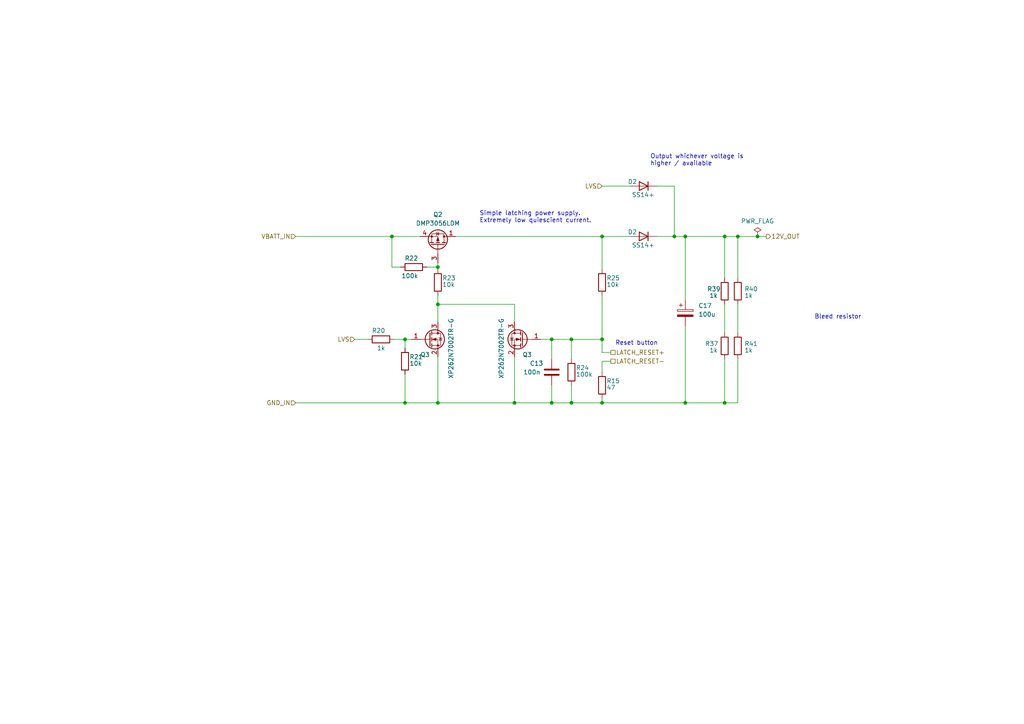
<source format=kicad_sch>
(kicad_sch (version 20230121) (generator eeschema)
  (paper "A4")
  (lib_symbols
    (symbol "Device:C" (pin_numbers hide) (pin_names (offset 0.254))
      (property "Reference" "C" (at 0.635 2.54 0))
      (property "Value" "C" (at 0.635 -2.54 0))
      (symbol "C_0_1"
        (polyline (pts (xy -2.032 -0.762) (xy 2.032 -0.762)) (stroke (width 0.508)))
        (polyline (pts (xy -2.032 0.762) (xy 2.032 0.762)) (stroke (width 0.508)))
      )
      (symbol "C_1_1"
        (pin passive line (at 0 3.81 270) (length 2.794) (name "~") (number "1"))
        (pin passive line (at 0 -3.81 90) (length 2.794) (name "~") (number "2"))
      )
    )
    (symbol "Device:C_Polarized" (pin_numbers hide) (pin_names (offset 0.254))
      (property "Reference" "C" (at 0.635 2.54 0))
      (property "Value" "C_Polarized" (at 0.635 -2.54 0))
      (symbol "C_Polarized_0_1"
        (rectangle (start -2.286 0.508) (end 2.286 1.016))
        (polyline (pts (xy -1.778 2.286) (xy -0.762 2.286)))
        (polyline (pts (xy -1.27 2.794) (xy -1.27 1.778)))
        (rectangle (start 2.286 -0.508) (end -2.286 -1.016) (fill (type outline)))
      )
      (symbol "C_Polarized_1_1"
        (pin passive line (at 0 3.81 270) (length 2.794) (name "~") (number "1"))
        (pin passive line (at 0 -3.81 90) (length 2.794) (name "~") (number "2"))
      )
    )
    (symbol "Device:D" (pin_numbers hide) (pin_names (offset 1.016) hide)
      (property "Reference" "D" (at 0 2.54 0))
      (property "Value" "D" (at 0 -2.54 0))
      (symbol "D_0_1"
        (polyline (pts (xy -1.27 1.27) (xy -1.27 -1.27)) (stroke (width 0.254)))
        (polyline (pts (xy 1.27 0) (xy -1.27 0)))
        (polyline (pts (xy 1.27 1.27) (xy 1.27 -1.27) (xy -1.27 0) (xy 1.27 1.27)) (stroke (width 0.254)))
      )
      (symbol "D_1_1"
        (pin passive line (at -3.81 0 0) (length 2.54) (name "K") (number "1"))
        (pin passive line (at 3.81 0 180) (length 2.54) (name "A") (number "2"))
      )
    )
    (symbol "Device:Q_NMOS_GSD" (pin_names (offset 0) hide)
      (property "Reference" "Q" (at 5.08 1.27 0))
      (property "Value" "Q_NMOS_GSD" (at 5.08 -1.27 0))
      (symbol "Q_NMOS_GSD_0_1"
        (polyline (pts (xy 0.254 0) (xy -2.54 0)))
        (polyline (pts (xy 0.254 1.905) (xy 0.254 -1.905)) (stroke (width 0.254)))
        (polyline (pts (xy 0.762 -1.27) (xy 0.762 -2.286)) (stroke (width 0.254)))
        (polyline (pts (xy 0.762 0.508) (xy 0.762 -0.508)) (stroke (width 0.254)))
        (polyline (pts (xy 0.762 2.286) (xy 0.762 1.27)) (stroke (width 0.254)))
        (polyline (pts (xy 2.54 2.54) (xy 2.54 1.778)))
        (polyline (pts (xy 2.54 -2.54) (xy 2.54 0) (xy 0.762 0)))
        (polyline (pts (xy 0.762 -1.778) (xy 3.302 -1.778) (xy 3.302 1.778) (xy 0.762 1.778)))
        (polyline (pts (xy 1.016 0) (xy 2.032 0.381) (xy 2.032 -0.381) (xy 1.016 0)) (fill (type outline)))
        (polyline (pts (xy 2.794 0.508) (xy 2.921 0.381) (xy 3.683 0.381) (xy 3.81 0.254)))
        (polyline (pts (xy 3.302 0.381) (xy 2.921 -0.254) (xy 3.683 -0.254) (xy 3.302 0.381)))
        (circle (center 1.651 0) (radius 2.794) (stroke (width 0.254)))
        (circle (center 2.54 -1.778) (radius 0.254) (fill (type outline)))
        (circle (center 2.54 1.778) (radius 0.254) (fill (type outline)))
      )
      (symbol "Q_NMOS_GSD_1_1"
        (pin input line (at -5.08 0 0) (length 2.54) (name "G") (number "1"))
        (pin passive line (at 2.54 -5.08 90) (length 2.54) (name "S") (number "2"))
        (pin passive line (at 2.54 5.08 270) (length 2.54) (name "D") (number "3"))
      )
    )
    (symbol "Device:R" (pin_numbers hide) (pin_names (offset 0))
      (property "Reference" "R" (at 2.032 0 90))
      (property "Value" "R" (at 0 0 90))
      (symbol "R_0_1"
        (rectangle (start -1.016 -2.54) (end 1.016 2.54) (stroke (width 0.254)))
      )
      (symbol "R_1_1"
        (pin passive line (at 0 3.81 270) (length 1.27) (name "~") (number "1"))
        (pin passive line (at 0 -3.81 90) (length 1.27) (name "~") (number "2"))
      )
    )
    (symbol "SUFST:DMP3056LDM" (pin_names hide)
      (property "Reference" "Q" (at 5.08 1.905 0))
      (property "Value" "DMP3056LDM" (at 5.08 0 0))
      (symbol "DMP3056LDM_0_1"
        (polyline (pts (xy 0.254 0) (xy -2.54 0)))
        (polyline (pts (xy 0.254 1.905) (xy 0.254 -1.905)) (stroke (width 0.254)))
        (polyline (pts (xy 0.762 -1.27) (xy 0.762 -2.286)) (stroke (width 0.254)))
        (polyline (pts (xy 0.762 0.508) (xy 0.762 -0.508)) (stroke (width 0.254)))
        (polyline (pts (xy 0.762 2.286) (xy 0.762 1.27)) (stroke (width 0.254)))
        (polyline (pts (xy 2.54 2.54) (xy 2.54 1.778)))
        (polyline (pts (xy 2.54 -2.54) (xy 2.54 0) (xy 0.762 0)))
        (polyline (pts (xy 0.762 1.778) (xy 3.302 1.778) (xy 3.302 -1.778) (xy 0.762 -1.778)))
        (polyline (pts (xy 2.286 0) (xy 1.27 0.381) (xy 1.27 -0.381) (xy 2.286 0)) (fill (type outline)))
        (polyline (pts (xy 2.794 -0.508) (xy 2.921 -0.381) (xy 3.683 -0.381) (xy 3.81 -0.254)))
        (polyline (pts (xy 3.302 -0.381) (xy 2.921 0.254) (xy 3.683 0.254) (xy 3.302 -0.381)))
        (circle (center 1.651 0) (radius 2.794) (stroke (width 0.254)))
        (circle (center 2.54 -1.778) (radius 0.254) (fill (type outline)))
        (circle (center 2.54 1.778) (radius 0.254) (fill (type outline)))
      )
      (symbol "DMP3056LDM_1_1"
        (pin passive line (at 2.54 5.08 270) (length 2.54) (name "D") (number "1"))
        (pin passive line (at 2.54 5.08 270) (length 2.54) hide (name "D") (number "2"))
        (pin passive line (at -5.08 0 0) (length 2.54) (name "G") (number "3"))
        (pin passive line (at 2.54 -5.08 90) (length 2.54) (name "S") (number "4"))
        (pin passive line (at 2.54 5.08 270) (length 2.54) hide (name "D") (number "5"))
        (pin passive line (at 2.54 5.08 270) (length 2.54) hide (name "D") (number "6"))
      )
    )
    (symbol "power:PWR_FLAG" (power) (pin_numbers hide) (pin_names (offset 0) hide)
      (property "Value" "PWR_FLAG" (at 0 3.81 0))
      (symbol "PWR_FLAG_0_0"
        (pin power_out line (at 0 0 90) (length 0) (name "pwr") (number "1"))
      )
      (symbol "PWR_FLAG_0_1"
        (polyline (pts (xy 0 0) (xy 0 1.27) (xy -1.016 1.905) (xy 0 2.54) (xy 1.016 1.905) (xy 0 1.27)))
      )
    )
  )
  (junction (at 210.185 116.84))
  (junction (at 198.755 68.58))
  (junction (at 213.995 68.58))
  (junction (at 127 77.47))
  (junction (at 117.475 98.425))
  (junction (at 174.625 116.84))
  (junction (at 174.625 68.58))
  (junction (at 174.625 98.425))
  (junction (at 210.185 68.58))
  (junction (at 127 116.84))
  (junction (at 165.735 98.425))
  (junction (at 113.665 68.58))
  (junction (at 117.475 116.84))
  (junction (at 198.755 116.84))
  (junction (at 127 88.265))
  (junction (at 195.58 68.58))
  (junction (at 165.735 116.84))
  (junction (at 149.225 116.84))
  (junction (at 160.02 116.84))
  (junction (at 160.02 98.425))
  (junction (at 219.71 68.58))
  (wire (pts (xy 174.625 102.235) (xy 174.625 98.425)))
  (wire (pts (xy 165.735 111.76) (xy 165.735 116.84)))
  (wire (pts (xy 165.735 104.14) (xy 165.735 98.425)))
  (wire (pts (xy 127 85.725) (xy 127 88.265)))
  (wire (pts (xy 127 103.505) (xy 127 116.84)))
  (wire (pts (xy 127 76.2) (xy 127 77.47)))
  (wire (pts (xy 213.995 68.58) (xy 219.71 68.58)))
  (wire (pts (xy 177.165 102.235) (xy 174.625 102.235)))
  (wire (pts (xy 222.25 68.58) (xy 219.71 68.58)))
  (wire (pts (xy 117.475 98.425) (xy 119.38 98.425)))
  (wire (pts (xy 149.225 88.265) (xy 127 88.265)))
  (wire (pts (xy 113.665 68.58) (xy 121.92 68.58)))
  (wire (pts (xy 117.475 98.425) (xy 117.475 100.965)))
  (wire (pts (xy 160.02 98.425) (xy 156.845 98.425)))
  (wire (pts (xy 113.665 68.58) (xy 113.665 77.47)))
  (wire (pts (xy 149.225 103.505) (xy 149.225 116.84)))
  (wire (pts (xy 160.02 104.14) (xy 160.02 98.425)))
  (wire (pts (xy 113.665 77.47) (xy 116.205 77.47)))
  (wire (pts (xy 123.825 77.47) (xy 127 77.47)))
  (wire (pts (xy 195.58 53.975) (xy 195.58 68.58)))
  (wire (pts (xy 210.185 88.265) (xy 210.185 96.52)))
  (wire (pts (xy 114.3 98.425) (xy 117.475 98.425)))
  (wire (pts (xy 213.995 88.265) (xy 213.995 96.52)))
  (wire (pts (xy 198.755 94.615) (xy 198.755 116.84)))
  (wire (pts (xy 174.625 68.58) (xy 182.88 68.58)))
  (wire (pts (xy 210.185 68.58) (xy 198.755 68.58)))
  (wire (pts (xy 127 77.47) (xy 127 78.105)))
  (wire (pts (xy 210.185 104.14) (xy 210.185 116.84)))
  (wire (pts (xy 174.625 53.975) (xy 182.88 53.975)))
  (wire (pts (xy 210.185 68.58) (xy 210.185 80.645)))
  (wire (pts (xy 117.475 108.585) (xy 117.475 116.84)))
  (wire (pts (xy 102.87 98.425) (xy 106.68 98.425)))
  (wire (pts (xy 198.755 68.58) (xy 198.755 86.995)))
  (wire (pts (xy 174.625 104.775) (xy 174.625 107.95)))
  (wire (pts (xy 174.625 85.725) (xy 174.625 98.425)))
  (wire (pts (xy 85.725 116.84) (xy 117.475 116.84)))
  (wire (pts (xy 210.185 68.58) (xy 213.995 68.58)))
  (wire (pts (xy 165.735 116.84) (xy 174.625 116.84)))
  (wire (pts (xy 117.475 116.84) (xy 127 116.84)))
  (wire (pts (xy 160.02 111.76) (xy 160.02 116.84)))
  (wire (pts (xy 85.725 68.58) (xy 113.665 68.58)))
  (wire (pts (xy 190.5 53.975) (xy 195.58 53.975)))
  (wire (pts (xy 174.625 68.58) (xy 132.08 68.58)))
  (wire (pts (xy 127 88.265) (xy 127 93.345)))
  (wire (pts (xy 149.225 93.345) (xy 149.225 88.265)))
  (wire (pts (xy 195.58 68.58) (xy 198.755 68.58)))
  (wire (pts (xy 174.625 116.84) (xy 198.755 116.84)))
  (wire (pts (xy 210.185 116.84) (xy 213.995 116.84)))
  (wire (pts (xy 127 116.84) (xy 149.225 116.84)))
  (wire (pts (xy 177.165 104.775) (xy 174.625 104.775)))
  (wire (pts (xy 213.995 104.14) (xy 213.995 116.84)))
  (wire (pts (xy 149.225 116.84) (xy 160.02 116.84)))
  (wire (pts (xy 165.735 98.425) (xy 160.02 98.425)))
  (wire (pts (xy 174.625 78.105) (xy 174.625 68.58)))
  (wire (pts (xy 160.02 116.84) (xy 165.735 116.84)))
  (wire (pts (xy 174.625 115.57) (xy 174.625 116.84)))
  (wire (pts (xy 210.185 116.84) (xy 198.755 116.84)))
  (wire (pts (xy 190.5 68.58) (xy 195.58 68.58)))
  (wire (pts (xy 174.625 98.425) (xy 165.735 98.425)))
  (wire (pts (xy 213.995 68.58) (xy 213.995 80.645)))
  (text "Bleed resistor" (at 236.22 92.71 0) (effects (font (size 1.27 1.27)) (justify left bottom)))
  (text "Simple latching power supply.\nExtremely low quiescient current." (at 139.065 64.77 0) (effects (font (size 1.27 1.27)) (justify left bottom)))
  (text "Output whichever voltage is\nhigher / available" (at 188.595 48.26 0) (effects (font (size 1.27 1.27)) (justify left bottom)))
  (text "Reset button" (at 178.435 100.33 0) (effects (font (size 1.27 1.27)) (justify left bottom)))
  (hierarchical_label "12V_OUT" (shape output) (at 222.25 68.58 0))
  (hierarchical_label "LATCH_RESET+" (shape passive) (at 177.165 102.235 0))
  (hierarchical_label "VBATT_IN" (shape input) (at 85.725 68.58 180))
  (hierarchical_label "LVS" (shape input) (at 174.625 53.975 180))
  (hierarchical_label "LVS" (shape input) (at 102.87 98.425 180))
  (hierarchical_label "GND_IN" (shape input) (at 85.725 116.84 180))
  (hierarchical_label "LATCH_RESET-" (shape passive) (at 177.165 104.775 0))
  (symbol (lib_id "Device:R") (at 213.995 100.33 0) (unit 1)
    (property "Reference" "R41" (at 215.9 99.695 0) (effects (justify left)))
    (property "Value" "1k" (at 215.9 101.6 0) (effects (justify left)))
    (property "Footprint" "Resistor_SMD:R_0805_2012Metric_Pad1.20x1.40mm_HandSolder" (effects hide))
  )
  (symbol (lib_id "Device:R") (at 127 81.915 180) (unit 1)
    (property "Reference" "R23" (at 128.27 80.645 0) (effects (justify right)))
    (property "Value" "10k" (at 128.27 82.55 0) (effects (justify right)))
    (property "Footprint" "Resistor_SMD:R_0805_2012Metric_Pad1.20x1.40mm_HandSolder" (effects hide))
  )
  (symbol (lib_id "power:PWR_FLAG") (at 219.71 68.58 0) (mirror y) (unit 1)
    (property "Reference" "#FLG01" (effects hide))
    (property "Value" "PWR_FLAG" (at 219.71 64.135 0))
  )
  (symbol (lib_id "Device:C_Polarized") (at 198.755 90.805 0) (unit 1)
    (property "Reference" "C17" (at 202.565 88.6459 0) (effects (justify left)))
    (property "Value" "100u" (at 202.565 91.1859 0) (effects (justify left)))
    (property "Footprint" "Capacitor_THT:CP_Radial_D6.3mm_P2.50mm" (effects hide))
  )
  (symbol (lib_id "Device:D") (at 186.69 68.58 0) (mirror y) (unit 1)
    (property "Reference" "D2" (at 184.785 67.31 0) (effects (justify left)))
    (property "Value" "SS14+" (at 189.865 71.12 0) (effects (justify left)))
    (property "Footprint" "Diode_SMD:D_SMA" (effects hide))
    (property "Sim.Device" "D" (effects hide))
    (property "Sim.Pins" "1=K 2=A" (effects hide))
    (property "Order Code" "241-SS14W_R1_00001" (effects hide))
    (instances (project "trc" (path "" (reference "D2") (unit 1))) (project "tsal" (path "" (reference "D9") (unit 1))))
  )
  (symbol (lib_id "Device:R") (at 174.625 81.915 180) (unit 1)
    (property "Reference" "R25" (at 175.895 80.645 0) (effects (justify right)))
    (property "Value" "10k" (at 175.895 82.55 0) (effects (justify right)))
    (property "Footprint" "Resistor_SMD:R_0805_2012Metric_Pad1.20x1.40mm_HandSolder" (effects hide))
  )
  (symbol (lib_id "Device:R") (at 165.735 107.95 180) (unit 1)
    (property "Reference" "R24" (at 167.005 106.68 0) (effects (justify right)))
    (property "Value" "100k" (at 167.005 108.585 0) (effects (justify right)))
    (property "Footprint" "Resistor_SMD:R_0805_2012Metric_Pad1.20x1.40mm_HandSolder" (effects hide))
  )
  (symbol (lib_id "Device:R") (at 213.995 84.455 0) (unit 1)
    (property "Reference" "R40" (at 215.9 83.82 0) (effects (justify left)))
    (property "Value" "1k" (at 215.9 85.725 0) (effects (justify left)))
    (property "Footprint" "Resistor_SMD:R_0805_2012Metric_Pad1.20x1.40mm_HandSolder" (effects hide))
  )
  (symbol (lib_id "Device:D") (at 186.69 53.975 0) (mirror y) (unit 1)
    (property "Reference" "D2" (at 184.785 52.705 0) (effects (justify left)))
    (property "Value" "SS14+" (at 189.865 56.515 0) (effects (justify left)))
    (property "Footprint" "Diode_SMD:D_SMA" (effects hide))
    (property "Sim.Device" "D" (effects hide))
    (property "Sim.Pins" "1=K 2=A" (effects hide))
    (property "Order Code" "241-SS14W_R1_00001" (effects hide))
    (instances (project "trc" (path "" (reference "D2") (unit 1))) (project "tsal" (path "" (reference "D6") (unit 1))))
  )
  (symbol (lib_id "Device:Q_NMOS_GSD") (at 151.765 98.425 0) (mirror y) (unit 1)
    (property "Reference" "Q3" (at 154.305 102.87 0) (effects (justify left)))
    (property "Value" "XP262N7002TR-G" (at 145.415 109.855 90) (effects (justify left)))
    (property "Footprint" "Package_TO_SOT_SMD:SOT-23" (effects hide))
    (property "Order Code" "865-XP262N7002TR-G" (effects hide))
    (instances (project "latching" (path "" (reference "Q3") (unit 1))) (project "tsal" (path "" (reference "Q1") (unit 1))))
  )
  (symbol (lib_id "Device:R") (at 210.185 100.33 0) (unit 1)
    (property "Reference" "R37" (at 204.47 99.695 0) (effects (justify left)))
    (property "Value" "1k" (at 205.74 101.6 0) (effects (justify left)))
    (property "Footprint" "Resistor_SMD:R_0805_2012Metric_Pad1.20x1.40mm_HandSolder" (effects hide))
  )
  (symbol (lib_id "Device:R") (at 110.49 98.425 270) (unit 1)
    (property "Reference" "R20" (at 111.76 95.885 90) (effects (justify right)))
    (property "Value" "1k" (at 111.76 100.965 90) (effects (justify right)))
    (property "Footprint" "Resistor_SMD:R_0805_2012Metric_Pad1.20x1.40mm_HandSolder" (effects hide))
  )
  (symbol (lib_id "Device:R") (at 210.185 84.455 0) (unit 1)
    (property "Reference" "R39" (at 205.105 83.82 0) (effects (justify left)))
    (property "Value" "1k" (at 205.74 85.725 0) (effects (justify left)))
    (property "Footprint" "Resistor_SMD:R_0805_2012Metric_Pad1.20x1.40mm_HandSolder" (effects hide))
  )
  (symbol (lib_id "Device:R") (at 174.625 111.76 180) (unit 1)
    (property "Reference" "R15" (at 175.895 110.49 0) (effects (justify right)))
    (property "Value" "47" (at 175.895 112.395 0) (effects (justify right)))
    (property "Footprint" "Resistor_SMD:R_0805_2012Metric_Pad1.20x1.40mm_HandSolder" (effects hide))
  )
  (symbol (lib_id "Device:C") (at 160.02 107.95 0) (unit 1)
    (property "Reference" "C13" (at 153.67 105.41 0) (effects (justify left)))
    (property "Value" "100n" (at 151.765 107.95 0) (effects (justify left)))
    (property "Footprint" "Capacitor_SMD:C_0805_2012Metric_Pad1.18x1.45mm_HandSolder" (effects hide))
  )
  (symbol (lib_id "Device:Q_NMOS_GSD") (at 124.46 98.425 0) (unit 1)
    (property "Reference" "Q3" (at 121.92 102.87 0) (effects (justify left)))
    (property "Value" "XP262N7002TR-G" (at 130.81 109.855 90) (effects (justify left)))
    (property "Footprint" "Package_TO_SOT_SMD:SOT-23" (effects hide))
    (property "Order Code" "865-XP262N7002TR-G" (effects hide))
    (instances (project "latching" (path "" (reference "Q3") (unit 1))) (project "tsal" (path "" (reference "Q4") (unit 1))))
  )
  (symbol (lib_id "Device:R") (at 120.015 77.47 270) (unit 1)
    (property "Reference" "R22" (at 121.285 74.93 90) (effects (justify right)))
    (property "Value" "100k" (at 121.285 80.01 90) (effects (justify right)))
    (property "Footprint" "Resistor_SMD:R_0805_2012Metric_Pad1.20x1.40mm_HandSolder" (effects hide))
  )
  (symbol (lib_id "SUFST:DMP3056LDM") (at 127 71.12 270) (mirror x) (unit 1)
    (property "Reference" "Q2" (at 127 62.23 90))
    (property "Value" "DMP3056LDM" (at 127 64.77 90))
    (property "Footprint" "Package_TO_SOT_SMD:SOT-23-6_Handsoldering" (effects hide))
    (property "Datasheet" "https://4donline.ihs.com/images/VipMasterIC/IC/DIOD/DIODS15633/DIODS15633-1.pdf" (effects hide))
    (property "Order Code" "621-DMP3056LDM-7" (effects hide))
  )
  (symbol (lib_id "Device:R") (at 117.475 104.775 180) (unit 1)
    (property "Reference" "R21" (at 118.745 103.505 0) (effects (justify right)))
    (property "Value" "10k" (at 118.745 105.41 0) (effects (justify right)))
    (property "Footprint" "Resistor_SMD:R_0805_2012Metric_Pad1.20x1.40mm_HandSolder" (effects hide))
  )
)
</source>
